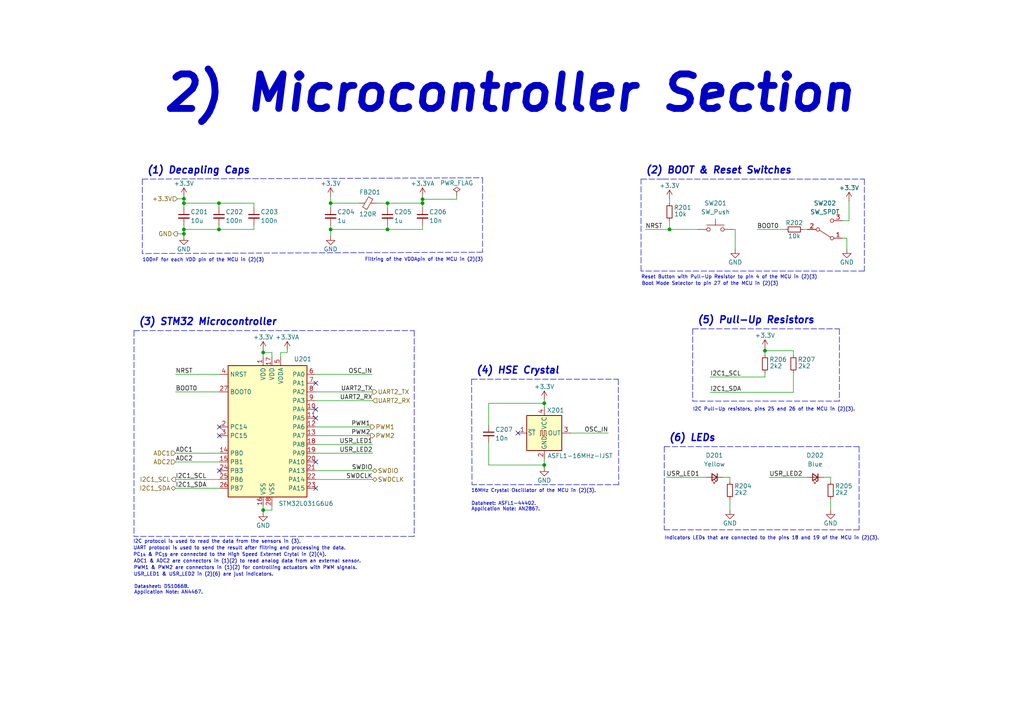
<source format=kicad_sch>
(kicad_sch (version 20211123) (generator eeschema)
  (paper "A4")
  (title_block (title "BaroAxel Brain PCB | STM32 MCU Section") (rev "1.2") (company "Electro Scientific Club | Mohamed Yanis Hiou") (comment 1 "High Speed Crystal Oscillator 16MHz.") (comment 2 "STM32L031G6U6 Microcontroller.") (comment 3 "Microcontroller's Section of the BaroAxel Brain PCB."))
  (lib_symbols
    (symbol "Device:C_Small" (pin_numbers hide) (pin_names (offset 0.254) hide)
      (property "Reference" "C" (at 0.254 1.778 0))
      (property "Value" "C_Small" (at 0.254 -2.032 0))
      (symbol "C_Small_0_1"
        (polyline (pts (xy -1.524 -0.508) (xy 1.524 -0.508)) (stroke (width 0.3302)))
        (polyline (pts (xy -1.524 0.508) (xy 1.524 0.508)) (stroke (width 0.3048)))
      )
      (symbol "C_Small_1_1"
        (pin passive line (at 0 2.54 270) (length 2.032) (name "~") (number "1"))
        (pin passive line (at 0 -2.54 90) (length 2.032) (name "~") (number "2"))
      )
    )
    (symbol "Device:FerriteBead_Small" (pin_numbers hide) (pin_names (offset 0))
      (property "Reference" "FB" (at 1.905 1.27 0))
      (property "Value" "FerriteBead_Small" (at 1.905 -1.27 0))
      (symbol "FerriteBead_Small_0_1"
        (polyline (pts (xy 0 -1.27) (xy 0 -0.7874)))
        (polyline (pts (xy 0 0.889) (xy 0 1.2954)))
        (polyline (pts (xy -1.8288 0.2794) (xy -1.1176 1.4986) (xy 1.8288 -0.2032) (xy 1.1176 -1.4224) (xy -1.8288 0.2794)))
      )
      (symbol "FerriteBead_Small_1_1"
        (pin passive line (at 0 2.54 270) (length 1.27) (name "~") (number "1"))
        (pin passive line (at 0 -2.54 90) (length 1.27) (name "~") (number "2"))
      )
    )
    (symbol "Device:LED_Small" (pin_numbers hide) (pin_names (offset 0.254) hide)
      (property "Reference" "D" (at -1.27 3.175 0))
      (property "Value" "LED_Small" (at -4.445 -2.54 0))
      (symbol "LED_Small_0_1"
        (polyline (pts (xy -0.762 -1.016) (xy -0.762 1.016)) (stroke (width 0.254)))
        (polyline (pts (xy 1.016 0) (xy -0.762 0)))
        (polyline (pts (xy 0.762 -1.016) (xy -0.762 0) (xy 0.762 1.016) (xy 0.762 -1.016)) (stroke (width 0.254)))
        (polyline (pts (xy 0 0.762) (xy -0.508 1.27) (xy -0.254 1.27) (xy -0.508 1.27) (xy -0.508 1.016)))
        (polyline (pts (xy 0.508 1.27) (xy 0 1.778) (xy 0.254 1.778) (xy 0 1.778) (xy 0 1.524)))
      )
      (symbol "LED_Small_1_1"
        (pin passive line (at -2.54 0 0) (length 1.778) (name "K") (number "1"))
        (pin passive line (at 2.54 0 180) (length 1.778) (name "A") (number "2"))
      )
    )
    (symbol "Device:R_Small" (pin_numbers hide) (pin_names (offset 0.254) hide)
      (property "Reference" "R" (at 0.762 0.508 0))
      (property "Value" "R_Small" (at 0.762 -1.016 0))
      (symbol "R_Small_0_1"
        (rectangle (start -0.762 1.778) (end 0.762 -1.778) (stroke (width 0.2032)))
      )
      (symbol "R_Small_1_1"
        (pin passive line (at 0 2.54 270) (length 0.762) (name "~") (number "1"))
        (pin passive line (at 0 -2.54 90) (length 0.762) (name "~") (number "2"))
      )
    )
    (symbol "MCU_ST_STM32L0:STM32L031G6Ux"
      (property "Reference" "U" (at -12.7 19.05 0))
      (property "Value" "STM32L031G6Ux" (at 5.08 19.05 0))
      (symbol "STM32L031G6Ux_0_1"
        (rectangle (start -12.7 -20.32) (end 10.16 17.78) (stroke (width 0.254)) (fill (type background)))
      )
      (symbol "STM32L031G6Ux_1_1"
        (pin power_in line (at -2.54 20.32 270) (length 2.54) (name "VDD") (number "1"))
        (pin bidirectional line (at 12.7 5.08 180) (length 2.54) (name "PA4") (number "10"))
        (pin bidirectional line (at 12.7 2.54 180) (length 2.54) (name "PA5") (number "11"))
        (pin bidirectional line (at 12.7 0 180) (length 2.54) (name "PA6") (number "12"))
        (pin bidirectional line (at 12.7 -2.54 180) (length 2.54) (name "PA7") (number "13"))
        (pin bidirectional line (at -15.24 -7.62 0) (length 2.54) (name "PB0") (number "14"))
        (pin bidirectional line (at -15.24 -10.16 0) (length 2.54) (name "PB1") (number "15"))
        (pin power_in line (at -2.54 -22.86 90) (length 2.54) (name "VSS") (number "16"))
        (pin power_in line (at 0 20.32 270) (length 2.54) (name "VDD") (number "17"))
        (pin bidirectional line (at 12.7 -5.08 180) (length 2.54) (name "PA8") (number "18"))
        (pin bidirectional line (at 12.7 -7.62 180) (length 2.54) (name "PA9") (number "19"))
        (pin bidirectional line (at -15.24 0 0) (length 2.54) (name "PC14") (number "2"))
        (pin bidirectional line (at 12.7 -10.16 180) (length 2.54) (name "PA10") (number "20"))
        (pin bidirectional line (at 12.7 -12.7 180) (length 2.54) (name "PA13") (number "21"))
        (pin bidirectional line (at 12.7 -15.24 180) (length 2.54) (name "PA14") (number "22"))
        (pin bidirectional line (at 12.7 -17.78 180) (length 2.54) (name "PA15") (number "23"))
        (pin bidirectional line (at -15.24 -12.7 0) (length 2.54) (name "PB3") (number "24"))
        (pin bidirectional line (at -15.24 -15.24 0) (length 2.54) (name "PB6") (number "25"))
        (pin bidirectional line (at -15.24 -17.78 0) (length 2.54) (name "PB7") (number "26"))
        (pin input line (at -15.24 10.16 0) (length 2.54) (name "BOOT0") (number "27"))
        (pin power_in line (at 0 -22.86 90) (length 2.54) (name "VSS") (number "28"))
        (pin bidirectional line (at -15.24 -2.54 0) (length 2.54) (name "PC15") (number "3"))
        (pin input line (at -15.24 15.24 0) (length 2.54) (name "NRST") (number "4"))
        (pin power_in line (at 2.54 20.32 270) (length 2.54) (name "VDDA") (number "5"))
        (pin bidirectional line (at 12.7 15.24 180) (length 2.54) (name "PA0") (number "6"))
        (pin bidirectional line (at 12.7 12.7 180) (length 2.54) (name "PA1") (number "7"))
        (pin bidirectional line (at 12.7 10.16 180) (length 2.54) (name "PA2") (number "8"))
        (pin bidirectional line (at 12.7 7.62 180) (length 2.54) (name "PA3") (number "9"))
      )
    )
    (symbol "Oscillator:SG-5032CAN" (pin_names (offset 0.254))
      (property "Reference" "X" (at -5.08 6.35 0))
      (property "Value" "SG-5032CAN" (at 1.27 -6.35 0))
      (symbol "SG-5032CAN_0_1"
        (rectangle (start -5.08 5.08) (end 5.08 -5.08) (stroke (width 0.254)) (fill (type background)))
        (polyline (pts (xy -1.27 -0.762) (xy -1.016 -0.762) (xy -1.016 0.762) (xy -0.508 0.762) (xy -0.508 -0.762) (xy 0 -0.762) (xy 0 0.762) (xy 0.508 0.762) (xy 0.508 -0.762) (xy 0.762 -0.762)))
      )
      (symbol "SG-5032CAN_1_1"
        (pin input line (at -7.62 0 0) (length 2.54) (name "~{ST}") (number "1"))
        (pin power_in line (at 0 -7.62 90) (length 2.54) (name "GND") (number "2"))
        (pin output line (at 7.62 0 180) (length 2.54) (name "OUT") (number "3"))
        (pin power_in line (at 0 7.62 270) (length 2.54) (name "VCC") (number "4"))
      )
    )
    (symbol "Switch:SW_Push" (pin_numbers hide) (pin_names (offset 1.016) hide)
      (property "Reference" "SW" (at 1.27 2.54 0))
      (property "Value" "SW_Push" (at 0 -1.524 0))
      (symbol "SW_Push_0_1"
        (circle (center -2.032 0) (radius 0.508))
        (polyline (pts (xy 0 1.27) (xy 0 3.048)))
        (polyline (pts (xy 2.54 1.27) (xy -2.54 1.27)))
        (circle (center 2.032 0) (radius 0.508))
        (pin passive line (at -5.08 0 0) (length 2.54) (name "1") (number "1"))
        (pin passive line (at 5.08 0 180) (length 2.54) (name "2") (number "2"))
      )
    )
    (symbol "Switch:SW_SPDT" (pin_names (offset 0) hide)
      (property "Reference" "SW" (at 0 4.318 0))
      (property "Value" "SW_SPDT" (at 0 -5.08 0))
      (symbol "SW_SPDT_0_0"
        (circle (center -2.032 0) (radius 0.508))
        (circle (center 2.032 -2.54) (radius 0.508))
      )
      (symbol "SW_SPDT_0_1"
        (polyline (pts (xy -1.524 0.254) (xy 1.651 2.286)))
        (circle (center 2.032 2.54) (radius 0.508))
      )
      (symbol "SW_SPDT_1_1"
        (pin passive line (at 5.08 2.54 180) (length 2.54) (name "A") (number "1"))
        (pin passive line (at -5.08 0 0) (length 2.54) (name "B") (number "2"))
        (pin passive line (at 5.08 -2.54 180) (length 2.54) (name "C") (number "3"))
      )
    )
    (symbol "power:+3.3V" (power) (pin_names (offset 0))
      (property "Value" "+3.3V" (at 0 3.556 0))
      (symbol "+3.3V_0_1"
        (polyline (pts (xy -0.762 1.27) (xy 0 2.54)))
        (polyline (pts (xy 0 0) (xy 0 2.54)))
        (polyline (pts (xy 0 2.54) (xy 0.762 1.27)))
      )
      (symbol "+3.3V_1_1"
        (pin power_in line (at 0 0 90) (length 0) hide (name "+3.3V") (number "1"))
      )
    )
    (symbol "power:+3.3VA" (power) (pin_names (offset 0))
      (property "Value" "+3.3VA" (at 0 3.556 0))
      (symbol "+3.3VA_0_1"
        (polyline (pts (xy -0.762 1.27) (xy 0 2.54)))
        (polyline (pts (xy 0 0) (xy 0 2.54)))
        (polyline (pts (xy 0 2.54) (xy 0.762 1.27)))
      )
      (symbol "+3.3VA_1_1"
        (pin power_in line (at 0 0 90) (length 0) hide (name "+3.3VA") (number "1"))
      )
    )
    (symbol "power:GND" (power) (pin_names (offset 0))
      (property "Value" "GND" (at 0 -3.81 0))
      (symbol "GND_0_1"
        (polyline (pts (xy 0 0) (xy 0 -1.27) (xy 1.27 -1.27) (xy 0 -2.54) (xy -1.27 -1.27) (xy 0 -1.27)))
      )
      (symbol "GND_1_1"
        (pin power_in line (at 0 0 270) (length 0) hide (name "GND") (number "1"))
      )
    )
    (symbol "power:PWR_FLAG" (power) (pin_numbers hide) (pin_names (offset 0) hide)
      (property "Value" "PWR_FLAG" (at 0 3.81 0))
      (symbol "PWR_FLAG_0_0"
        (pin power_out line (at 0 0 90) (length 0) (name "pwr") (number "1"))
      )
      (symbol "PWR_FLAG_0_1"
        (polyline (pts (xy 0 0) (xy 0 1.27) (xy -1.016 1.905) (xy 0 2.54) (xy 1.016 1.905) (xy 0 1.27)))
      )
    )
  )
  (junction (at 157.861 116.967))
  (junction (at 53.34 58.928))
  (junction (at 112.395 58.928))
  (junction (at 194.183 66.548))
  (junction (at 63.5 66.548))
  (junction (at 53.34 67.818))
  (junction (at 95.885 58.928))
  (junction (at 221.869 101.727))
  (junction (at 53.34 57.658))
  (junction (at 112.395 66.548))
  (junction (at 76.327 147.955))
  (junction (at 157.861 134.874))
  (junction (at 53.34 66.548))
  (junction (at 76.327 102.235))
  (junction (at 63.5 58.928))
  (junction (at 122.555 57.785))
  (junction (at 122.555 58.928))
  (junction (at 95.885 66.548))
  (no_connect (at 91.567 121.285))
  (no_connect (at 91.567 118.745))
  (no_connect (at 91.567 133.985))
  (no_connect (at 91.567 111.125))
  (no_connect (at 91.567 141.605))
  (no_connect (at 63.627 136.525))
  (no_connect (at 63.627 123.825))
  (no_connect (at 63.627 126.365))
  (no_connect (at 150.241 125.603))
  (wire (pts (xy 194.183 57.658) (xy 194.183 58.928)))
  (polyline (pts (xy 200.914 95.377) (xy 200.914 116.332)))
  (wire (pts (xy 51.435 67.818) (xy 53.34 67.818)))
  (wire (pts (xy 219.583 66.548) (xy 227.838 66.548)))
  (wire (pts (xy 95.885 66.548) (xy 95.885 68.453)))
  (wire (pts (xy 91.567 123.825) (xy 107.442 123.825)))
  (wire (pts (xy 73.66 65.278) (xy 73.66 66.548)))
  (wire (pts (xy 223.139 138.43) (xy 233.934 138.43)))
  (polyline (pts (xy 38.862 95.885) (xy 38.862 155.575)))
  (polyline (pts (xy 243.459 116.332) (xy 200.914 116.332)))
  (wire (pts (xy 232.918 66.548) (xy 234.188 66.548)))
  (polyline (pts (xy 192.659 129.54) (xy 192.659 153.67)))
  (wire (pts (xy 95.885 66.548) (xy 112.395 66.548)))
  (wire (pts (xy 122.555 57.023) (xy 122.555 57.785)))
  (wire (pts (xy 109.22 58.928) (xy 112.395 58.928)))
  (wire (pts (xy 221.869 101.092) (xy 221.869 101.727)))
  (wire (pts (xy 76.327 146.685) (xy 76.327 147.955)))
  (wire (pts (xy 230.124 113.792) (xy 205.994 113.792)))
  (wire (pts (xy 141.732 123.317) (xy 141.732 116.967)))
  (wire (pts (xy 78.867 146.685) (xy 78.867 147.955)))
  (wire (pts (xy 83.312 102.235) (xy 83.312 101.6)))
  (wire (pts (xy 50.927 113.665) (xy 63.627 113.665)))
  (wire (pts (xy 157.861 116.967) (xy 157.861 117.983)))
  (wire (pts (xy 112.395 66.548) (xy 122.555 66.548)))
  (wire (pts (xy 157.861 115.951) (xy 157.861 116.967)))
  (wire (pts (xy 76.327 102.235) (xy 78.867 102.235)))
  (polyline (pts (xy 139.954 51.562) (xy 139.954 73.152)))
  (wire (pts (xy 91.567 108.585) (xy 107.95 108.585)))
  (polyline (pts (xy 192.278 51.943) (xy 250.698 51.943)))
  (wire (pts (xy 112.395 58.928) (xy 122.555 58.928)))
  (wire (pts (xy 112.395 65.278) (xy 112.395 66.548)))
  (wire (pts (xy 91.567 139.065) (xy 108.077 139.065)))
  (polyline (pts (xy 185.928 78.613) (xy 185.928 51.943)))
  (wire (pts (xy 122.555 65.278) (xy 122.555 66.548)))
  (wire (pts (xy 193.294 138.43) (xy 204.724 138.43)))
  (polyline (pts (xy 136.779 109.982) (xy 179.324 109.982)))
  (wire (pts (xy 53.34 57.658) (xy 53.34 58.928)))
  (wire (pts (xy 95.885 57.023) (xy 95.885 58.928)))
  (wire (pts (xy 53.34 66.548) (xy 63.5 66.548)))
  (wire (pts (xy 95.885 58.928) (xy 95.885 60.198)))
  (wire (pts (xy 53.34 65.278) (xy 53.34 66.548)))
  (wire (pts (xy 187.198 66.548) (xy 194.183 66.548)))
  (polyline (pts (xy 250.698 78.613) (xy 185.928 78.613)))
  (wire (pts (xy 244.348 69.088) (xy 245.618 69.088)))
  (wire (pts (xy 194.183 64.008) (xy 194.183 66.548)))
  (wire (pts (xy 76.327 101.6) (xy 76.327 102.235)))
  (wire (pts (xy 221.869 108.077) (xy 221.869 109.347)))
  (polyline (pts (xy 41.275 51.943) (xy 41.275 73.533)))
  (wire (pts (xy 122.555 60.198) (xy 122.555 58.928)))
  (polyline (pts (xy 192.659 129.54) (xy 249.174 129.54)))
  (wire (pts (xy 63.5 66.548) (xy 73.66 66.548)))
  (wire (pts (xy 230.124 108.077) (xy 230.124 113.792)))
  (wire (pts (xy 63.5 58.928) (xy 63.5 60.198)))
  (wire (pts (xy 213.233 66.548) (xy 213.233 72.263)))
  (wire (pts (xy 53.34 58.928) (xy 63.5 58.928)))
  (polyline (pts (xy 120.142 155.575) (xy 38.862 155.575)))
  (wire (pts (xy 81.407 102.235) (xy 83.312 102.235)))
  (wire (pts (xy 95.885 65.278) (xy 95.885 66.548)))
  (wire (pts (xy 50.927 131.445) (xy 63.627 131.445)))
  (wire (pts (xy 141.732 134.874) (xy 157.861 134.874)))
  (wire (pts (xy 194.183 66.548) (xy 202.438 66.548)))
  (wire (pts (xy 95.885 58.928) (xy 104.14 58.928)))
  (wire (pts (xy 221.869 101.727) (xy 230.124 101.727)))
  (polyline (pts (xy 179.451 140.589) (xy 136.906 140.589)))
  (wire (pts (xy 122.555 57.785) (xy 122.555 58.928)))
  (wire (pts (xy 53.34 60.198) (xy 53.34 58.928)))
  (wire (pts (xy 63.5 58.928) (xy 73.66 58.928)))
  (wire (pts (xy 81.407 103.505) (xy 81.407 102.235)))
  (wire (pts (xy 73.66 60.198) (xy 73.66 58.928)))
  (wire (pts (xy 246.253 58.293) (xy 246.253 64.008)))
  (wire (pts (xy 157.861 134.874) (xy 157.861 135.509)))
  (wire (pts (xy 91.567 131.445) (xy 108.077 131.445)))
  (wire (pts (xy 165.481 125.603) (xy 176.403 125.603)))
  (wire (pts (xy 91.567 116.205) (xy 108.077 116.205)))
  (wire (pts (xy 50.927 108.585) (xy 63.627 108.585)))
  (wire (pts (xy 91.567 113.665) (xy 108.077 113.665)))
  (wire (pts (xy 91.567 136.525) (xy 108.077 136.525)))
  (polyline (pts (xy 38.862 95.885) (xy 120.142 95.885)))
  (wire (pts (xy 141.732 116.967) (xy 157.861 116.967)))
  (wire (pts (xy 221.869 101.727) (xy 221.869 102.997)))
  (polyline (pts (xy 41.275 51.943) (xy 139.954 51.562)))
  (wire (pts (xy 132.461 56.896) (xy 132.461 57.785)))
  (wire (pts (xy 63.5 65.278) (xy 63.5 66.548)))
  (polyline (pts (xy 136.779 109.982) (xy 136.906 140.589)))
  (polyline (pts (xy 249.174 153.67) (xy 192.659 153.67)))
  (wire (pts (xy 50.927 141.605) (xy 63.627 141.605)))
  (polyline (pts (xy 139.954 73.152) (xy 41.275 73.533)))
  (polyline (pts (xy 249.174 129.54) (xy 249.174 153.67)))
  (wire (pts (xy 91.567 126.365) (xy 107.442 126.365)))
  (wire (pts (xy 240.919 144.78) (xy 240.919 147.955)))
  (wire (pts (xy 78.867 147.955) (xy 76.327 147.955)))
  (wire (pts (xy 78.867 103.505) (xy 78.867 102.235)))
  (wire (pts (xy 50.927 139.065) (xy 63.627 139.065)))
  (polyline (pts (xy 200.914 95.377) (xy 243.459 95.377)))
  (wire (pts (xy 53.34 57.023) (xy 53.34 57.658)))
  (wire (pts (xy 245.618 69.088) (xy 245.618 72.263)))
  (wire (pts (xy 91.567 128.905) (xy 108.077 128.905)))
  (polyline (pts (xy 179.324 109.982) (xy 179.451 140.589)))
  (wire (pts (xy 244.348 64.008) (xy 246.253 64.008)))
  (wire (pts (xy 141.732 128.397) (xy 141.732 134.874)))
  (polyline (pts (xy 243.459 95.377) (xy 243.459 116.332)))
  (wire (pts (xy 76.327 102.235) (xy 76.327 103.505)))
  (wire (pts (xy 76.327 147.955) (xy 76.327 148.59)))
  (wire (pts (xy 157.861 133.223) (xy 157.861 134.874)))
  (wire (pts (xy 53.34 66.548) (xy 53.34 67.818)))
  (wire (pts (xy 51.435 57.658) (xy 53.34 57.658)))
  (wire (pts (xy 239.014 138.43) (xy 240.919 138.43)))
  (polyline (pts (xy 120.142 95.885) (xy 120.142 155.575)))
  (wire (pts (xy 211.709 138.43) (xy 211.709 139.7)))
  (wire (pts (xy 221.869 109.347) (xy 205.994 109.347)))
  (wire (pts (xy 132.461 57.785) (xy 122.555 57.785)))
  (wire (pts (xy 53.34 67.818) (xy 53.34 68.453)))
  (wire (pts (xy 230.124 102.997) (xy 230.124 101.727)))
  (wire (pts (xy 211.709 144.78) (xy 211.709 147.955)))
  (polyline (pts (xy 250.698 51.943) (xy 250.698 78.613)))
  (wire (pts (xy 209.804 138.43) (xy 211.709 138.43)))
  (wire (pts (xy 240.919 138.43) (xy 240.919 139.7)))
  (wire (pts (xy 212.598 66.548) (xy 213.233 66.548)))
  (wire (pts (xy 112.395 58.928) (xy 112.395 60.198)))
  (polyline (pts (xy 185.928 51.943) (xy 192.278 51.943)))
  (wire (pts (xy 50.927 133.985) (xy 63.627 133.985)))
  (text "I2C Pull-Up resistors, pins 25 and 26 of the MCU in (2)(3)." (at 200.914 119.38 0) (effects (font (size 1 1)) (justify left bottom)))
  (text "16MHz Crystal Oscillator of the MCU in (2)(3)." (at 136.652 143.002 0) (effects (font (size 1 1)) (justify left bottom)))
  (text "Boot Mode Selector to pin 27 of the MCU in (2)(3)" (at 186.055 82.931 0) (effects (font (size 1 1)) (justify left bottom)))
  (text "2) Microcontroller Section" (at 46.736 33.02 0) (effects (font (size 10 10) bold italic) (justify left bottom)))
  (text "USR_LED1 & USR_LED2 in (2)(6) are just indicators." (at 38.735 167.259 0) (effects (font (size 1 1)) (justify left bottom)))
  (text "Datasheet: DS10668.\nApplication Note: AN4467." (at 38.862 172.466 0) (effects (font (size 1 1)) (justify left bottom)))
  (text "(4) HSE Crystal" (at 138.049 108.712 0) (effects (font (size 2 2) bold italic) (justify left bottom)))
  (text "UART protocol is used to send the result after filtring and processing the data." (at 38.608 159.639 0) (effects (font (size 1 1)) (justify left bottom)))
  (text "100nF for each VDD pin of the MCU in (2)(3)" (at 41.275 76.073 0) (effects (font (size 1 1)) (justify left bottom)))
  (text "(1) Decapling Caps" (at 42.545 50.673 0) (effects (font (size 2 2) bold italic) (justify left bottom)))
  (text "ADC1 & ADC2 are connectors in (1)(2) to read analog data from an external sensor." (at 38.735 163.449 0) (effects (font (size 1 1)) (justify left bottom)))
  (text "(5) Pull-Up Resistors" (at 202.184 94.107 0) (effects (font (size 2 2) bold italic) (justify left bottom)))
  (text "Indicators LEDs that are connected to the pins 18 and 19 of the MCU in (2)(3)." (at 192.659 156.718 0) (effects (font (size 1 1)) (justify left bottom)))
  (text "(6) LEDs" (at 193.929 128.27 0) (effects (font (size 2 2) bold italic) (justify left bottom)))
  (text "(2) BOOT & Reset Switches" (at 187.198 50.673 0) (effects (font (size 2 2) bold italic) (justify left bottom)))
  (text "PC_{14} & PC_{15} are connected to the High Speed Externet Crytal in (2)(4)." (at 38.608 161.544 0) (effects (font (size 1 1)) (justify left bottom)))
  (text "PWM1 & PWM2 are connectors in (1)(2) for controlling actuators with PWM signals." (at 38.735 165.354 0) (effects (font (size 1 1)) (justify left bottom)))
  (text "(3) STM32 Microcontroller" (at 40.132 94.615 0) (effects (font (size 2 2) bold italic) (justify left bottom)))
  (text "I2C protocol is used to read the data from the sensors in (3)." (at 38.608 157.734 0) (effects (font (size 1 1)) (justify left bottom)))
  (text "Filtring of the VDDApin of the MCU in (2)(3)" (at 105.791 75.946 0) (effects (font (size 1 1)) (justify left bottom)))
  (text "Dataheet: ASFL1-44402.\nApplication Note: AN2867." (at 136.652 148.336 0) (effects (font (size 1 1)) (justify left bottom)))
  (text "Reset Button with Pull-Up Resistor to pin 4 of the MCU in (2)(3)" (at 185.928 81.026 0) (effects (font (size 1 1)) (justify left bottom)))
  (label "PWM2" (at 107.442 126.365 180))
  (label "USR_LED1" (at 193.294 138.43 0))
  (label "OSC_IN" (at 107.95 108.585 180))
  (label "USR_LED1" (at 108.077 128.905 180))
  (label "NRST" (at 187.198 66.548 0))
  (label "I2C1_SCL" (at 205.994 109.347 0))
  (label "USR_LED2" (at 108.077 131.445 180))
  (label "BOOT0" (at 219.583 66.548 0))
  (label "USR_LED2" (at 223.139 138.43 0))
  (label "SWDIO" (at 108.077 136.525 180))
  (label "I2C1_SDA" (at 50.927 141.605 0))
  (label "UART2_TX" (at 108.077 113.665 180))
  (label "I2C1_SDA" (at 205.994 113.792 0))
  (label "I2C1_SCL" (at 50.927 139.065 0))
  (label "SWDCLK" (at 108.077 139.065 180))
  (label "BOOT0" (at 50.927 113.665 0))
  (label "UART2_RX" (at 108.077 116.205 180))
  (label "NRST" (at 50.927 108.585 0))
  (label "ADC2" (at 50.927 133.985 0))
  (label "ADC1" (at 50.927 131.445 0))
  (label "PWM1" (at 107.442 123.825 180))
  (label "OSC_IN" (at 176.403 125.603 180))
  (hierarchical_label "+3.3V" (shape input) (at 51.435 57.658 180))
  (hierarchical_label "I2C1_SDA" (shape bidirectional) (at 50.927 141.605 180))
  (hierarchical_label "UART2_RX" (shape input) (at 108.077 116.205 0))
  (hierarchical_label "SWDIO" (shape bidirectional) (at 108.077 136.525 0))
  (hierarchical_label "ADC2" (shape input) (at 50.927 133.985 180))
  (hierarchical_label "ADC1" (shape input) (at 50.927 131.445 180))
  (hierarchical_label "I2C1_SCL" (shape output) (at 50.927 139.065 180))
  (hierarchical_label "GND" (shape output) (at 51.435 67.818 180))
  (hierarchical_label "PWM2" (shape output) (at 107.442 126.365 0))
  (hierarchical_label "PWM1" (shape output) (at 107.442 123.825 0))
  (hierarchical_label "SWDCLK" (shape bidirectional) (at 108.077 139.065 0))
  (hierarchical_label "UART2_TX" (shape output) (at 108.077 113.665 0))
  (symbol (lib_id "Device:R_Small") (at 194.183 61.468 180) (unit 1)
    (property "Reference" "R201" (at 197.993 60.198 0))
    (property "Value" "10k" (at 197.358 62.103 0))
    (property "Footprint" "Resistor_SMD:R_0402_1005Metric" (effects hide))
  )
  (symbol (lib_id "power:PWR_FLAG") (at 132.461 56.896 0) (unit 1)
    (property "Reference" "#FLG0103" (effects hide))
    (property "Value" "PWR_FLAG" (at 132.461 53.086 0))
  )
  (symbol (lib_id "power:GND") (at 53.34 68.453 0) (unit 1)
    (property "Reference" "#PWR0206" (effects hide))
    (property "Value" "GND" (at 53.34 72.263 0))
  )
  (symbol (lib_id "Device:C_Small") (at 95.885 62.738 0) (unit 1)
    (property "Reference" "C204" (at 97.79 61.468 0) (effects (justify left)))
    (property "Value" "1u" (at 97.79 64.008 0) (effects (justify left)))
    (property "Footprint" "Capacitor_SMD:C_0402_1005Metric" (effects hide))
  )
  (symbol (lib_id "Device:R_Small") (at 230.124 105.537 180) (unit 1)
    (property "Reference" "R207" (at 233.934 104.267 0))
    (property "Value" "2k2" (at 233.299 106.172 0))
    (property "Footprint" "Resistor_SMD:R_0402_1005Metric" (effects hide))
  )
  (symbol (lib_id "power:GND") (at 76.327 148.59 0) (unit 1)
    (property "Reference" "#PWR0216" (effects hide))
    (property "Value" "GND" (at 76.327 152.4 0))
  )
  (symbol (lib_id "Device:R_Small") (at 221.869 105.537 180) (unit 1)
    (property "Reference" "R206" (at 225.679 104.267 0))
    (property "Value" "2k2" (at 225.044 106.172 0))
    (property "Footprint" "Resistor_SMD:R_0402_1005Metric" (effects hide))
  )
  (symbol (lib_id "power:+3.3V") (at 53.34 57.023 0) (unit 1)
    (property "Reference" "#PWR0202" (effects hide))
    (property "Value" "+3.3V" (at 53.34 53.213 0))
  )
  (symbol (lib_id "power:+3.3V") (at 76.327 101.6 0) (unit 1)
    (property "Reference" "#PWR0210" (effects hide))
    (property "Value" "+3.3V" (at 76.327 97.79 0))
  )
  (symbol (lib_id "Device:FerriteBead_Small") (at 106.68 58.928 90) (unit 1)
    (property "Reference" "FB201" (at 107.315 55.753 90))
    (property "Value" "120R" (at 106.68 62.103 90))
    (property "Footprint" "Inductor_SMD:L_0603_1608Metric" (effects hide))
  )
  (symbol (lib_id "Device:C_Small") (at 141.732 125.857 0) (unit 1)
    (property "Reference" "C207" (at 143.637 124.587 0) (effects (justify left)))
    (property "Value" "10n" (at 143.637 127.127 0) (effects (justify left)))
    (property "Footprint" "Capacitor_SMD:C_0402_1005Metric" (effects hide))
  )
  (symbol (lib_id "power:GND") (at 245.618 72.263 0) (unit 1)
    (property "Reference" "#PWR0209" (effects hide))
    (property "Value" "GND" (at 245.618 76.073 0))
  )
  (symbol (lib_id "power:GND") (at 213.233 72.263 0) (unit 1)
    (property "Reference" "#PWR0208" (effects hide))
    (property "Value" "GND" (at 213.233 76.073 0))
  )
  (symbol (lib_id "Device:C_Small") (at 73.66 62.738 0) (unit 1)
    (property "Reference" "C203" (at 75.565 61.468 0) (effects (justify left)))
    (property "Value" "100n" (at 75.565 64.008 0) (effects (justify left)))
    (property "Footprint" "Capacitor_SMD:C_0402_1005Metric" (effects hide))
  )
  (symbol (lib_id "Device:C_Small") (at 53.34 62.738 0) (unit 1)
    (property "Reference" "C201" (at 55.245 61.468 0) (effects (justify left)))
    (property "Value" "10u" (at 55.245 64.008 0) (effects (justify left)))
    (property "Footprint" "Capacitor_SMD:C_0402_1005Metric" (effects hide))
  )
  (symbol (lib_id "Device:R_Small") (at 240.919 142.24 180) (unit 1)
    (property "Reference" "R205" (at 244.729 140.97 0))
    (property "Value" "2k2" (at 244.094 142.875 0))
    (property "Footprint" "Resistor_SMD:R_0402_1005Metric" (effects hide))
  )
  (symbol (lib_id "Device:C_Small") (at 112.395 62.738 0) (unit 1)
    (property "Reference" "C205" (at 114.3 61.468 0) (effects (justify left)))
    (property "Value" "1u" (at 114.3 64.008 0) (effects (justify left)))
    (property "Footprint" "Capacitor_SMD:C_0402_1005Metric" (effects hide))
  )
  (symbol (lib_id "power:+3.3VA") (at 83.312 101.6 0) (unit 1)
    (property "Reference" "#PWR0211" (effects hide))
    (property "Value" "+3.3VA" (at 83.312 97.79 0))
  )
  (symbol (lib_id "Device:C_Small") (at 63.5 62.738 0) (unit 1)
    (property "Reference" "C202" (at 65.405 61.468 0) (effects (justify left)))
    (property "Value" "100n" (at 65.405 64.008 0) (effects (justify left)))
    (property "Footprint" "Capacitor_SMD:C_0402_1005Metric" (effects hide))
  )
  (symbol (lib_id "power:GND") (at 211.709 147.955 0) (unit 1)
    (property "Reference" "#PWR0213" (effects hide))
    (property "Value" "GND" (at 211.709 151.765 0))
  )
  (symbol (lib_id "Device:LED_Small") (at 236.474 138.43 180) (unit 1)
    (property "Reference" "D202" (at 236.4105 132.08 0))
    (property "Value" "Blue" (at 236.4105 134.62 0))
    (property "Footprint" "LED_SMD:LED_0603_1608Metric" (effects hide))
  )
  (symbol (lib_id "Switch:SW_SPDT") (at 239.268 66.548 0) (mirror x) (unit 1)
    (property "Reference" "SW202" (at 239.268 58.928 0))
    (property "Value" "SW_SPDT" (at 239.268 61.468 0))
    (property "Footprint" "Button_Switch_SMD:SW_SPDT_PCM12" (effects hide))
  )
  (symbol (lib_id "power:+3.3VA") (at 122.555 57.023 0) (unit 1)
    (property "Reference" "#PWR0204" (effects hide))
    (property "Value" "+3.3VA" (at 122.555 53.213 0))
  )
  (symbol (lib_id "Device:LED_Small") (at 207.264 138.43 180) (unit 1)
    (property "Reference" "D201" (at 207.2005 132.08 0))
    (property "Value" "Yellow" (at 207.2005 134.62 0))
    (property "Footprint" "LED_SMD:LED_0603_1608Metric" (effects hide))
  )
  (symbol (lib_id "power:+3.3V") (at 246.253 58.293 0) (unit 1)
    (property "Reference" "#PWR0205" (effects hide))
    (property "Value" "+3.3V" (at 246.253 54.483 0))
  )
  (symbol (lib_id "power:+3.3V") (at 157.861 115.951 0) (unit 1)
    (property "Reference" "#PWR?" (effects hide))
    (property "Value" "+3.3V" (at 157.861 112.141 0))
  )
  (symbol (lib_id "power:GND") (at 95.885 68.453 0) (unit 1)
    (property "Reference" "#PWR0207" (effects hide))
    (property "Value" "GND" (at 95.885 72.263 0))
  )
  (symbol (lib_id "power:GND") (at 157.861 135.509 0) (unit 1)
    (property "Reference" "#PWR?" (effects hide))
    (property "Value" "GND" (at 157.861 139.319 0))
  )
  (symbol (lib_id "Device:R_Small") (at 230.378 66.548 270) (unit 1)
    (property "Reference" "R202" (at 230.378 64.643 90))
    (property "Value" "10k" (at 230.378 68.453 90))
    (property "Footprint" "Resistor_SMD:R_0402_1005Metric" (effects hide))
  )
  (symbol (lib_id "Oscillator:SG-5032CAN") (at 157.861 125.603 0) (unit 1)
    (property "Reference" "X201" (at 161.163 118.999 0))
    (property "Value" "ASFL1-16MHz-IJST" (at 168.275 132.207 0))
    (property "Footprint" "Oscillator:Oscillator_SMD_SeikoEpson_SG8002LB-4Pin_5.0x3.2mm" (effects hide))
    (property "Datasheet" "https://support.epson.biz/td/api/doc_check.php?dl=brief_SG5032CAN&lang=en" (effects hide))
  )
  (symbol (lib_id "Switch:SW_Push") (at 207.518 66.548 0) (unit 1)
    (property "Reference" "SW201" (at 207.518 58.928 0))
    (property "Value" "SW_Push" (at 207.518 61.468 0))
    (property "Footprint" "Button_Switch_SMD:SW_SPST_B3U-1000P-B" (effects hide))
  )
  (symbol (lib_id "power:+3.3V") (at 194.183 57.658 0) (unit 1)
    (property "Reference" "#PWR0201" (effects hide))
    (property "Value" "+3.3V" (at 194.183 53.848 0))
  )
  (symbol (lib_id "Device:C_Small") (at 122.555 62.738 0) (unit 1)
    (property "Reference" "C206" (at 124.46 61.468 0) (effects (justify left)))
    (property "Value" "10n" (at 124.46 64.008 0) (effects (justify left)))
    (property "Footprint" "Capacitor_SMD:C_0402_1005Metric" (effects hide))
  )
  (symbol (lib_id "power:+3.3V") (at 221.869 101.092 0) (unit 1)
    (property "Reference" "#PWR0215" (effects hide))
    (property "Value" "+3.3V" (at 221.869 97.282 0))
  )
  (symbol (lib_id "power:GND") (at 240.919 147.955 0) (unit 1)
    (property "Reference" "#PWR0214" (effects hide))
    (property "Value" "GND" (at 240.919 151.765 0))
  )
  (symbol (lib_id "power:+3.3V") (at 95.885 57.023 0) (unit 1)
    (property "Reference" "#PWR0203" (effects hide))
    (property "Value" "+3.3V" (at 95.885 53.213 0))
  )
  (symbol (lib_id "Device:R_Small") (at 211.709 142.24 180) (unit 1)
    (property "Reference" "R204" (at 215.519 140.97 0))
    (property "Value" "2k2" (at 214.884 142.875 0))
    (property "Footprint" "Resistor_SMD:R_0402_1005Metric" (effects hide))
  )
  (symbol (lib_id "MCU_ST_STM32L0:STM32L031G6Ux") (at 78.867 123.825 0) (unit 1)
    (property "Reference" "U201" (at 85.217 104.14 0) (effects (justify left)))
    (property "Value" "STM32L031G6U6" (at 80.772 146.05 0) (effects (justify left)))
    (property "Footprint" "Package_DFN_QFN:QFN-28_4x4mm_P0.5mm" (effects hide))
    (property "Datasheet" "http://www.st.com/st-web-ui/static/active/en/resource/technical/document/datasheet/DM00140359.pdf" (effects hide))
  )
)
</source>
